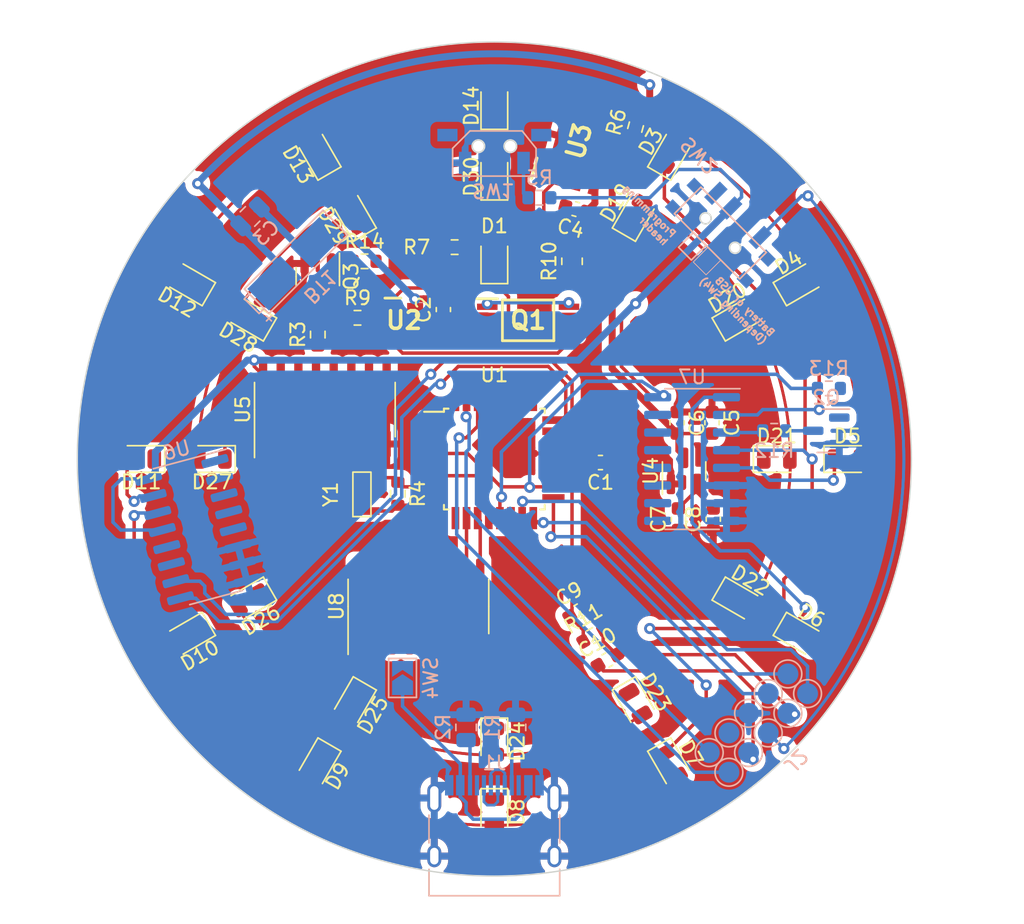
<source format=kicad_pcb>
(kicad_pcb (version 20221018) (generator pcbnew)
  (layers (0 "F.Cu" signal) (31 "B.Cu" signal) (34 "B.Paste" user) (35 "F.Paste" user) (36 "B.SilkS" user "B.Silkscreen") (37 "F.SilkS" user "F.Silkscreen") (38 "B.Mask" user) (39 "F.Mask" user) (44 "Edge.Cuts" user))
  (net 0 "")
  (net 1 "BAT+")
  (net 2 "-BATT")
  (net 3 "GND")
  (net 4 "Net-(U1-AREF)")
  (net 5 "Net-(U2-VCC)")
  (net 6 "5V")
  (net 7 "VCC")
  (net 8 "DTR")
  (net 9 "RESET")
  (net 10 "Net-(D1-K)")
  (net 11 "Net-(D1-A)")
  (net 13 "VCC_bat")
  (net 14 "Net-(D11-K)")
  (net 15 "Net-(D3-A)")
  (net 16 "Net-(D12-K)")
  (net 17 "Net-(D13-K)")
  (net 18 "Net-(D10-K)")
  (net 19 "Net-(D10-A)")
  (net 20 "Net-(D11-A)")
  (net 21 "Net-(D19-K)")
  (net 22 "Net-(D19-A)")
  (net 23 "Net-(D20-K)")
  (net 24 "Net-(D21-K)")
  (net 25 "Net-(D22-K)")
  (net 26 "Net-(D23-A)")
  (net 27 "Net-(D27-A)")
  (net 28 "Net-(J1-CC1)")
  (net 29 "D+")
  (net 30 "D-")
  (net 32 "Net-(J1-CC2)")
  (net 34 "RX")
  (net 35 "TX")
  (net 36 "CTS")
  (net 37 "VCC_prog")
  (net 38 "SCK")
  (net 39 "MOSI")
  (net 40 "MISO")
  (net 41 "Net-(Q1-D12_1)")
  (net 42 "Net-(Q1-G1)")
  (net 43 "Net-(Q1-G2)")
  (net 44 "Net-(Q2-B)")
  (net 45 "Net-(Q2-C)")
  (net 46 "Net-(Q3-B)")
  (net 47 "Net-(Q3-C)")
  (net 48 "Net-(U5-X)")
  (net 49 "Net-(U1-XTAL1{slash}PB6)")
  (net 50 "Net-(U1-XTAL2{slash}PB7)")
  (net 51 "BUT_3")
  (net 52 "Net-(U2-CS)")
  (net 53 "Net-(U3-PROG2)")
  (net 54 "Net-(U7-Y)")
  (net 55 "LED_PWM")
  (net 58 "G")
  (net 59 "H")
  (net 64 "A")
  (net 65 "B")
  (net 66 "C")
  (net 67 "D")
  (net 68 "E")
  (net 69 "F")
  (footprint "LED_SMD:LED_0805_2012Metric" (layer "F.Cu") (at 84.002364 116.84 150)
    (fp_text reference "D28")
    (fp_text value "LED")
  )
  (footprint "Capacitor_SMD:C_0603_1608Metric" (layer "F.Cu") (at 107.696 137.940236 30)
    (fp_text reference "C9")
    (fp_text value "0.1uF")
  )
  (footprint "TP4056:SOIC127P600X175-9N" (layer "F.Cu") (at 107.696 104.14 75)
    (fp_text reference "U3")
    (fp_text value "TP4056" hide)
  )
  (footprint "Resistor_SMD:R_0603_1608Metric" (layer "F.Cu") (at 94.658224 129.497989 -90)
    (fp_text reference "R4")
    (fp_text value "1M")
  )
  (footprint "LED_SMD:LED_0805_2012Metric" (layer "F.Cu") (at 76.2 127 180)
    (fp_text reference "D11")
    (fp_text value "LED")
  )
  (footprint "LED_SMD:LED_0805_2012Metric" (layer "F.Cu") (at 79.602955 114.3 150)
    (fp_text reference "D12")
    (fp_text value "LED")
  )
  (footprint "LED_SMD:LED_0805_2012Metric" (layer "F.Cu") (at 111.76 144.597636 -60)
    (fp_text reference "D23")
    (fp_text value "LED")
  )
  (footprint "LED_SMD:LED_0805_2012Metric" (layer "F.Cu") (at 84.002364 137.16 -150)
    (fp_text reference "D26")
    (fp_text value "LED")
  )
  (footprint "LED_SMD:LED_0805_2012Metric" (layer "F.Cu") (at 111.76 109.402364 60)
    (fp_text reference "D19")
    (fp_text value "LED")
  )
  (footprint "Capacitor_SMD:C_0603_1608Metric" (layer "F.Cu") (at 107.455407 109.019415 165)
    (fp_text reference "C4")
    (fp_text value "100nF")
  )
  (footprint "LED_SMD:LED_0805_2012Metric" (layer "F.Cu") (at 101.6 152.4 -90)
    (fp_text reference "D8")
    (fp_text value "LED")
  )
  (footprint "LED_SMD:LED_0805_2012Metric" (layer "F.Cu") (at 101.6 101.6 90)
    (fp_text reference "D14")
    (fp_text value "LED")
  )
  (footprint "LED_SMD:LED_0805_2012Metric" (layer "F.Cu") (at 91.44 144.597636 -120)
    (fp_text reference "D25")
    (fp_text value "LED")
  )
  (footprint "fish_watch:3213 crystal" (layer "F.Cu") (at 92.075 129.54 90)
    (fp_text reference "Y1")
    (fp_text value "Crystal_GND3_Small")
  )
  (footprint "LED_SMD:LED_0805_2012Metric" (layer "F.Cu") (at 79.602955 139.7 -150)
    (fp_text reference "D10")
    (fp_text value "LED")
  )
  (footprint "Resistor_SMD:R_0603_1608Metric" (layer "F.Cu") (at 108.712 139.7 30)
    (fp_text reference "R11")
    (fp_text value "10K")
  )
  (footprint "Package_QFP:TQFP-32_7x7mm_P0.8mm" (layer "F.Cu") (at 101.6 127)
    (fp_text reference "U1")
    (fp_text value "ATmega328PB-A")
  )
  (footprint "Capacitor_SMD:C_0603_1608Metric" (layer "F.Cu") (at 114.838 131.331 90)
    (fp_text reference "C7")
    (fp_text value "0.1uF")
  )
  (footprint "LED_SMD:LED_0805_2012Metric" (layer "F.Cu") (at 123.597045 114.3 30)
    (fp_text reference "D4")
    (fp_text value "LED")
  )
  (footprint "LED_SMD:LED_0805_2012Metric" (layer "F.Cu") (at 88.9 105.002955 120)
    (fp_text reference "D13")
    (fp_text value "LED")
  )
  (footprint "Package_TO_SOT_SMD:SOT-23" (layer "F.Cu") (at 115.25 127.8535 90)
    (fp_text reference "U4")
    (fp_text value "XC6206PxxxMR")
  )
  (footprint "Package_SO:SOIC-16_3.9x9.9mm_P1.27mm" (layer "F.Cu") (at 96.139 137.603 90)
    (fp_text reference "U8")
    (fp_text value "4052")
  )
  (footprint "Resistor_SMD:R_0603_1608Metric" (layer "F.Cu") (at 92.265 112.776)
    (fp_text reference "R14")
    (fp_text value "1K")
  )
  (footprint "DW01A:SOT95P190X145-6N" (layer "F.Cu") (at 95.102 117.023)
    (fp_text reference "U2")
    (fp_text value "DW01A-G" hide)
  )
  (footprint "LED_SMD:LED_0805_2012Metric" (layer "F.Cu") (at 114.3 105.002955 60)
    (fp_text reference "D3")
    (fp_text value "LED")
  )
  (footprint "Package_SO:SOIC-16_3.9x9.9mm_P1.27mm" (layer "F.Cu") (at 89.408 123.444 90)
    (fp_text reference "U5")
    (fp_text value "4052")
  )
  (footprint "LED_SMD:LED_0805_2012Metric" (layer "F.Cu") (at 119.197636 137.16 -30)
    (fp_text reference "D22")
    (fp_text value "LED")
  )
  (footprint "Capacitor_SMD:C_0603_1608Metric" (layer "F.Cu") (at 109.233 127.254 180)
    (fp_text reference "C1")
    (fp_text value "0.1uF")
  )
  (footprint "LED_SMD:LED_0805_2012Metric" (layer "F.Cu") (at 91.44 109.402364 120)
    (fp_text reference "D29")
    (fp_text value "LED")
  )
  (footprint "FS8205A:SOP65P640X120-8N" (layer "F.Cu") (at 104.03 117.023)
    (fp_text reference "Q1")
    (fp_text value "FS8205A" hide)
  )
  (footprint "Resistor_SMD:R_0603_1608Metric" (layer "F.Cu") (at 91.757 116.84)
    (fp_text reference "R9")
    (fp_text value "1k")
  )
  (footprint "LED_SMD:LED_0805_2012Metric" (layer "F.Cu") (at 119.197636 116.84 30)
    (fp_text reference "D20")
    (fp_text value "LED")
  )
  (footprint "Capacitor_SMD:C_0603_1608Metric" (layer "F.Cu") (at 97.934 116.248 90)
    (fp_text reference "C2")
    (fp_text value "100nF")
  )
  (footprint "Capacitor_SMD:C_0603_1608Metric" (layer "F.Cu") (at 117.256112 124.392346 -90)
    (fp_text reference "C5")
    (fp_text value "0.1uF")
  )
  (footprint "LED_SMD:LED_0805_2012Metric" (layer "F.Cu") (at 101.6 112.6975 90)
    (fp_text reference "D1")
    (fp_text value "LED")
  )
  (footprint "Capacitor_SMD:C_0603_1608Metric" (layer "F.Cu") (at 109.728 141.459764 30)
    (fp_text reference "C10")
    (fp_text value "0.1uF")
  )
  (footprint "LED_SMD:LED_0805_2012Metric" (layer "F.Cu") (at 101.6 147.32 -90)
    (fp_text reference "D24")
    (fp_text value "LED")
  )
  (footprint "Capacitor_SMD:C_0603_1608Metric" (layer "F.Cu") (at 114.746112 124.392346 -90)
    (fp_text reference "C6")
    (fp_text value "1uF")
  )
  (footprint "LED_SMD:LED_0805_2012Metric" (layer "F.Cu") (at 88.9 148.997045 -120)
    (fp_text reference "D9")
    (fp_text value "LED")
  )
  (footprint "LED_SMD:LED_0805_2012Metric" (layer "F.Cu") (at 101.6 106.68 90)
    (fp_text reference "D30")
    (fp_text value "LED")
  )
  (footprint "Resistor_SMD:R_0603_1608Metric" (layer "F.Cu") (at 88.9 118.047 90)
    (fp_text reference "R3")
    (fp_text value "100")
  )
  (footprint "LED_SMD:LED_0805_2012Metric" (layer "F.Cu") (at 121.92 127)
    (fp_text reference "D21")
    (fp_text value "LED")
  )
  (footprint "LED_SMD:LED_0805_2012Metric" (layer "F.Cu") (at 127 127)
    (fp_text reference "D5")
    (fp_text value "LED")
  )
  (footprint "Capacitor_SMD:C_0603_1608Metric" (layer "F.Cu") (at 117.348 131.331 90)
    (fp_text reference "C8")
    (fp_text value "1uF")
  )
  (footprint "transistorer:MMBT2222A" (layer "F.Cu") (at 88.9 113.8705 -90)
    (fp_text reference "Q3")
    (fp_text value "PN2222A")
  )
  (footprint "LED_SMD:LED_0805_2012Metric" (layer "F.Cu") (at 81.28 127 180)
    (fp_text reference "D27")
    (fp_text value "LED")
  )
  (footprint "Resistor_SMD:R_0603_1608Metric" (layer "F.Cu") (at 111.76 103.124 75)
    (fp_text reference "R6")
    (fp_text value "100")
  )
  (footprint "LED_SMD:LED_0805_2012Metric" (layer "F.Cu") (at 123.597045 139.7 -30)
    (fp_text reference "D6")
    (fp_text value "LED")
  )
  (footprint "LED_SMD:LED_0805_2012Metric" (layer "F.Cu") (at 114.3 148.997045 -60)
    (fp_text reference "D7")
    (fp_text value "LED")
  )
  (footprint "Resistor_SMD:R_0805_2012Metric_Pad1.20x1.40mm_HandSolder" (layer "F.Cu") (at 107.188 112.776 90)
    (fp_text reference "R10")
    (fp_text value "1k")
  )
  (footprint "Resistor_SMD:R_0603_1608Metric" (layer "F.Cu") (at 98.743 111.76)
    (fp_text reference "R7")
    (fp_text value "1k")
  )
  (footprint "fish_watch:MSK-12C02" (layer "B.Cu") (at 117.856 110.744 -45)
    (fp_text reference "SW2")
    (fp_text value "SW_SPDT")
    (fp_circle (center -1.5 0) (end -1.1 0) (stroke (width 0.12)) (fill none) (layer "Edge.Cuts"))
    (fp_circle (center 1.5 0) (end 1.9 0) (stroke (width 0.12)) (fill none) (layer "Edge.Cuts"))
  )
  (footprint "Resistor_SMD:R_0603_1608Metric" (layer "B.Cu") (at 121.729 124.968)
    (fp_text reference "R12")
    (fp_text value "100")
  )
  (footprint "Connector_USB:USB_C_Receptacle_HRO_TYPE-C-31-M-12" (layer "B.Cu") (at 101.6 154.514 180)
    (fp_text reference "J1")
    (fp_text value "USB_C_Receptacle")
  )
  (footprint "fish_watch:battery pad" (layer "B.Cu") (at 87.33134 112.82066 45)
    (fp_text reference "BT1")
    (fp_text value "Battery_Cell")
  )
  (footprint "Package_SO:SOIC-16_3.9x9.9mm_P1.27mm" (layer "B.Cu") (at 80.264 132.08 -165)
    (fp_text reference "U6")
    (fp_text value "4052")
  )
  (footprint "fish_watch:side button" (layer "B.Cu") (at 101.6 104.648)
    (fp_text reference "SW1")
    (fp_text value "SW_Push")
    (fp_circle (center -1.15 -0.15) (end -0.7 -0.15) (stroke (width 0.12)) (fill none) (layer "Edge.Cuts"))
    (fp_circle (center 1.15 -0.15) (end 1.6 -0.15) (stroke (width 0.12)) (fill none) (layer "Edge.Cuts"))
  )
  (footprint "Jumper:SolderJumper-2_P1.3mm_Open_TrianglePad1.0x1.5mm" (layer "B.Cu") (at 94.996 142.748 90)
    (fp_text reference "SW4")
    (fp_text value "SW_MEC_5G")
  )
  (footprint "Resistor_SMD:R_0805_2012Metric" (layer "B.Cu") (at 103.124 146.304 -90)
    (fp_text reference "R1")
    (fp_text value "5.1K")
  )
  (footprint "Capacitor_SMD:C_0805_2012Metric" (layer "B.Cu") (at 84.026308 109.549373 45)
    (fp_text reference "C3")
    (fp_text value "10uF")
  )
  (footprint "Resistor_SMD:R_0603_1608Metric" (layer "B.Cu") (at 104.839 108.204 180)
    (fp_text reference "R5")
    (fp_text value "2K")
  )
  (footprint "transistorer:MMBT2222A" (layer "B.Cu") (at 125.476 124.968 180)
    (fp_text reference "Q2")
    (fp_text value "PN2222A")
  )
  (footprint "Resistor_SMD:R_0805_2012Metric" (layer "B.Cu") (at 99.568 146.304 -90)
    (fp_text reference "R2")
    (fp_text value "5.1K")
  )
  (footprint "Resistor_SMD:R_0603_1608Metric" (layer "B.Cu") (at 125.667 121.92 180)
    (fp_text reference "R13")
    (fp_text value "1K")
  )
  (footprint "Package_SO:SOIC-16_3.9x9.9mm_P1.27mm" (layer "B.Cu") (at 115.824 127 180)
    (fp_text reference "U7")
    (fp_text value "4052")
  )
  (footprint "fish_watch:solder-pad-10-2mm" (layer "B.Cu") (at 120.595107 145.995107 45)
    (fp_text reference "J2")
    (fp_text value "Conn_01x10_Female")
  )
  (gr_arc (start 75.248106 127) (mid 82.985404 108.34741) (end 101.653732 100.648161) (stroke (width 0.2)) (layer "F.Cu"))
  (gr_arc (start 112.249615 145.445674) (mid 96.074218 147.569952) (end 83.14074 137.626051) (stroke (width 0.2)) (layer "F.Cu"))
  (gr_arc (start 114.775947 149.82141) (mid 94.753681 152.447009) (end 78.751772 140.129386) (stroke (width 0.2)) (layer "F.Cu"))
  (gr_arc (start 80.30077 127) (mid 86.54879 111.929556) (end 101.6272 105.700787) (stroke (width 0.2)) (layer "F.Cu"))
  (gr_arc (start 114.775946 104.178591) (mid 127.060914 120.205583) (end 124.394494 140.222454) (stroke (width 0.2)) (layer "F.Cu"))
  (gr_arc (start 112.249617 108.554323) (mid 122.176994 121.500489) (end 120.032062 137.67316) (stroke (width 0.2)) (layer "F.Cu"))
  (gr_arc (start 124.143924 108.042609) (mid 131.027883 128.26921) (end 122.428 147.828) (stroke (width 0.2)) (layer "B.Cu"))
  (gr_arc (start 80.238036 107.163891) (mid 95.395323 98.516554) (end 112.776 100.076001) (stroke (width 0.5)) (layer "B.Cu"))
  (gr_circle (center 101.6 127) (end 131.6 127) (stroke (width 0.1)) (fill none) (layer "Edge.Cuts"))
  (gr_text "Programming\nheader" (at 113.792 111.76 315) (layer "B.SilkS") (effects (font (size 0.5 0.5) (thickness 0.125) bold) (justify left bottom mirror)))
  (gr_text "Battery or USB\n(Depending SW4)" (at 120.904 118.872 315) (layer "B.SilkS") (effects (font (size 0.5 0.5) (thickness 0.125) bold) (justify left bottom mirror)))
  (segment (start 114.746112 125.167346) (end 114.746112 126.412112) (width 0.25) (layer "F.Cu") (net 1))
  (segment (start 111.659874 102.013459) (end 111.973526 102.327111) (width 0.5) (layer "F.Cu") (net 1))
  (segment (start 112.776 101.524637) (end 112.776 100.076) (width 0.5) (layer "F.Cu") (net 1))
  (segment (start 110.238006 102.013459) (end 111.659874 102.013459) (width 0.5) (layer "F.Cu") (net 1))
  (segment (start 111.973526 102.327111) (end 112.776 101.524637) (width 0.5) (layer "F.Cu") (net 1))
  (segment (start 111.973526 102.327111) (end 112.516041 102.869626) (width 0.5) (layer "F.Cu") (net 1))
  (segment (start 117.256112 125.167346) (end 114.746112 125.167346) (width 0.25) (layer "F.Cu") (net 1))
  (segment (start 114.746112 126.412112) (end 115.25 126.916) (width 0.25) (layer "F.Cu") (net 1))
  (segment (start 112.516041 104.907959) (end 110.077852 107.346148) (width 0.5) (layer "F.Cu") (net 1))
  (segment (start 110.077852 107.346148) (end 110.077852 120.499086) (width 0.5) (layer "F.Cu") (net 1))
  (segment (start 110.077852 120.499086) (end 114.746112 125.167346) (width 0.5) (layer "F.Cu") (net 1))
  (segment (start 112.516041 102.869626) (end 112.516041 104.907959) (width 0.5) (layer "F.Cu") (net 1))
  (via (at 112.776 100.076) (size 0.8) (drill 0.4) (layers "F.Cu" "B.Cu") (net 1))
  (via (at 80.264 107.188) (size 0.8) (drill 0.4) (layers "F.Cu" "B.Cu") (net 1))
  (segment (start 80.308509 107.188) (end 84.167745 111.047236) (width 0.5) (layer "B.Cu") (net 1))
  (segment (start 80.264 107.188) (end 80.308509 107.188) (width 0.25) (layer "B.Cu") (net 1))
  (segment (start 84.167745 111.047236) (end 86.27068 113.150171) (width 0.5) (layer "B.Cu") (net 1))
  (segment (start 86.27068 113.150171) (end 86.27068 113.88132) (width 0.25) (layer "B.Cu") (net 1))
  (arc (start 80.238036 107.163891) (mid 95.395323 98.516554) (end 112.776 100.076001) (width 0.2) (layer "B.Cu") (net 1))
  (segment (start 101.092 117.348) (end 100.584 117.348) (width 0.25) (layer "F.Cu") (net 2))
  (segment (start 101.092 116.84) (end 101.092 116.698) (width 0.25) (layer "F.Cu") (net 2))
  (segment (start 101.092 117.348) (end 101.6 117.348) (width 0.25) (layer "F.Cu") (net 2))
  (segment (start 100.584 117.206) (end 101.092 116.698) (width 0.25) (layer "F.Cu") (net 2))
  (segment (start 98.993 115.473) (end 97.934 115.473) (width 0.5) (layer "F.Cu") (net 2))
  (segment (start 95.871861 115.481438) (end 96.493562 115.481438) (width 0.5) (layer "F.Cu") (net 2))
  (segment (start 101.6 117.348) (end 101.092 116.84) (width 0.25) (layer "F.Cu") (net 2))
  (segment (start 100.584 117.348) (end 100.584 117.206) (width 0.25) (layer "F.Cu") (net 2))
  (segment (start 95.871861 115.481438) (end 95.902 115.511577) (width 0.5) (layer "F.Cu") (net 2))
  (segment (start 96.502 115.473) (end 97.934 115.473) (width 0.5) (layer "F.Cu") (net 2))
  (segment (start 101.092 117.348) (end 101.092 116.698) (width 0.25) (layer "F.Cu") (net 2))
  (segment (start 96.493562 115.481438) (end 96.502 115.473) (width 0.5) (layer "F.Cu") (net 2))
  (segment (start 98.993 115.473) (end 100.218 116.698) (width 0.5) (layer "F.Cu") (net 2))
  (segment (start 101.092 116.698) (end 100.218 116.698) (width 0.5) (layer "F.Cu") (net 2))
  (segment (start 95.902 115.511577) (end 95.902 116.073) (width 0.5) (layer "F.Cu") (net 2))
  (via (at 95.871861 115.481438) (size 0.8) (drill 0.4) (layers "F.Cu" "B.Cu") (net 2))
  (segment (start 91.682351 111.291928) (end 88.868942 111.291928) (width 0.5) (layer "B.Cu") (net 2))
  (segment (start 95.871861 115.481438) (end 91.682351 111.291928) (width 0.5) (layer "B.Cu") (net 2))
  (segment (start 84.863761 109.056249) (end 85.693756 109.886244) (width 0.5) (layer "B.Cu") (net 2))
  (segment (start 84.491751 109.056249) (end 84.863761 109.056249) (width 0.5) (layer "B.Cu") (net 2))
  (segment (start 85.693756 109.886244) (end 87.567513 111.76) (width 0.5) (layer "B.Cu") (net 2))
  (segment (start 87.567513 111.76) (end 88.392 111.76) (width 0.25) (layer "B.Cu") (net 2))
  (segment (start 107.607446 106.923941) (end 107.607446 104.228554) (width 0.25) (layer "F.Cu") (net 3))
  (segment (start 96.205631 127.4) (end 96.202706 127.397075) (width 0.25) (layer "F.Cu") (net 3))
  (segment (start 105.664 116.84) (end 105.664 117.348) (width 0.25) (layer "F.Cu") (net 3))
  (segment (start 108.57 116.698) (end 108.712 116.84) (width 0.25) (layer "F.Cu") (net 3))
  (segment (start 108.204 117.348) (end 106.968 117.348) (width 0.25) (layer "F.Cu") (net 3))
  (segment (start 105.664 117.348) (end 106.968 117.348) (width 0.25) (layer "F.Cu") (net 3))
  (segment (start 96.086971 125.8) (end 96.078138 125.808833) (width 0.25) (layer "F.Cu") (net 3))
  (segment (start 97.35 125.8) (end 97.225 125.8) (width 0.25) (layer "F.Cu") (net 3))
  (segment (start 106.968 116.698) (end 108.57 116.698) (width 0.25) (layer "F.Cu") (net 3))
  (segment (start 107.607446 104.228554) (end 107.696 104.14) (width 0.25) (layer "F.Cu") (net 3))
  (segment (start 97.225 125.8) (end 97.155 125.73) (width 0.25) (layer "F.Cu") (net 3))
  (segment (start 97.35 125.8) (end 96.086971 125.8) (width 0.25) (layer "F.Cu") (net 3))
  (segment (start 106.968 116.698) (end 105.806 116.698) (width 0.25) (layer "F.Cu") (net 3))
  (segment (start 108.712 116.84) (end 108.204 117.348) (width 0.25) (layer "F.Cu") (net 3))
  (segment (start 107.198785 126.6) (end 107.273686 126.525099) (width 0.25) (layer "F.Cu") (net 3))
  (segment (start 105.85 126.6) (end 104.59252 126.6) (width 0.25) (layer "F.Cu") (net 3))
  (segment (start 104.59252 126.6) (end 104.470906 126.478386) (width 0.25) (layer "F.Cu") (net 3))
  (segment (start 97.35 127.4) (end 96.205631 127.4) (width 0.25) (layer "F.Cu") (net 3))
  (segment (start 105.806 116.698) (end 105.664 116.84) (width 0.25) (layer "F.Cu") (net 3))
  (segment (start 105.85 126.6) (end 107.198785 126.6) (width 0.25) (layer "F.Cu") (net 3))
  (segment (start 98.195 150.469) (end 97.28 151.384) (width 0.25) (layer "B.Cu") (net 3))
  (segment (start 105.005 150.469) (end 105.92 151.384) (width 0.25) (layer "B.Cu") (net 3))
  (segment (start 104.85 150.469) (end 105.005 150.469) (width 0.25) (layer "B.Cu") (net 3))
  (segment (start 98.35 150.469) (end 98.195 150.469) (width 0.25) (layer "B.Cu") (net 3))
  (segment (start 108.585 127.14) (end 108.325 127.4) (width 0.25) (layer "F.Cu") (net 4))
  (segment (start 108.325 127.4) (end 105.85 127.4) (width 0.25) (layer "F.Cu") (net 4))
  (segment (start 97.934 117.023) (end 95.902 117.023) (width 0.25) (layer "F.Cu") (net 5))
  (segment (start 108.834171 108.589829) (end 108.204 109.22) (width 0.5) (layer "F.Cu") (net 6))
  (segment (start 108.834171 107.252641) (end 108.834171 108.589829) (width 0.5) (layer "F.Cu") (net 6))
  (segment (start 99.568 151.712) (end 99.568 152.4) (width 0.25) (layer "B.Cu") (net 6))
  (segment (start 104.05 151.364051) (end 104.05 150.469) (width 0.25) (layer "B.Cu") (net 6))
  (segment (start 99.15 151.294) (end 99.568 151.712) (width 0.25) (layer "B.Cu") (net 6))
  (segment (start 94.996 144.78) (end 94.996 143.473) (width 0.25) (layer "B.Cu") (net 6))
  (segment (start 103.124 152.908) (end 103.632 152.4) (width 0.25) (layer "B.Cu") (net 6))
  (segment (start 100.076 152.908) (end 103.124 152.908) (width 0.25) (layer "B.Cu") (net 6))
  (segment (start 99.15 150.469) (end 99.15 151.294) (width 0.25) (layer "B.Cu") (net 6))
  (segment (start 103.632 151.782051) (end 104.05 151.364051) (width 0.25) (layer "B.Cu") (net 6))
  (segment (start 103.632 152.4) (end 103.632 151.782051) (width 0.25) (layer "B.Cu") (net 6))
  (segment (start 99.568 152.4) (end 100.076 152.908) (width 0.25) (layer "B.Cu") (net 6))
  (segment (start 99.15 150.469) (end 99.15 148.934) (width 0.25) (layer "B.Cu") (net 6))
  (segment (start 99.15 148.934) (end 94.996 144.78) (width 0.25) (layer "B.Cu") (net 6))
  (segment (start 84.328 120.334) (end 84.328 119.888) (width 0.25) (layer "F.Cu") (net 7))
  (segment (start 104.172 129) (end 105.85 129) (width 0.25) (layer "F.Cu") (net 7))
  (segment (start 106.9 129) (end 105.85 129) (width 0.25) (layer "F.Cu") (net 7))
  (segment (start 84.963 120.969) (end 84.328 120.334) (width 0.25) (layer "F.Cu") (net 7))
  (segment (start 107.02483 138.327736) (end 107.188 138.164566) (width 0.25) (layer "F.Cu") (net 7))
  (segment (start 107.188 129.288) (end 106.9 129) (width 0.25) (layer "F.Cu") (net 7))
  (segment (start 104.108 129) (end 104.14 129.032) (width 0.25) (layer "F.Cu") (net 7))
  (segment (start 104.14 129.032) (end 104.172 129) (width 0.25) (layer "F.Cu") (net 7))
  (segment (start 110.744 120.352062) (end 110.744 116.84) (width 0.25) (layer "F.Cu") (net 7))
  (segment (start 113.792 122.428) (end 112.819938 122.428) (width 0.25) (layer "F.Cu") (net 7))
  (segment (start 97.35 128.2) (end 101.276 128.2) (width 0.25) (layer "F.Cu") (net 7))
  (segment (start 101.6 128.524) (end 102.076 129) (width 0.25) (layer "F.Cu") (net 7))
  (segment (start 97.35 126.6) (end 99.676 126.6) (width 0.25) (layer "F.Cu") (net 7))
  (segment (start 107.997529 139.300435) (end 107.02483 138.327736) (width 0.25) (layer "F.Cu") (net 7))
  (segment (start 110.744 116.84) (end 111.76 115.824) (width 0.25) (layer "F.Cu") (net 7))
  (segment (start 107.188 138.164566) (end 107.188 129.288) (width 0.25) (layer "F.Cu") (net 7))
  (segment (start 107.997529 140.1125) (end 107.997529 139.300435) (width 0.25) (layer "F.Cu") (net 7))
  (segment (start 112.819938 122.428) (end 110.744 120.352062) (width 0.25) (layer "F.Cu") (net 7))
  (segment (start 99.676 126.6) (end 101.6 128.524) (width 0.25) (layer "F.Cu") (net 7))
  (segment (start 102.076 129) (end 104.108 129) (width 0.25) (layer "F.Cu") (net 7))
  (segment (start 101.276 128.2) (end 101.6 128.524) (width 0.25) (layer "F.Cu") (net 7))
  (via (at 113.792 122.428) (size 0.8) (drill 0.4) (layers "F.Cu" "B.Cu") (net 7))
  (via (at 84.328 119.888) (size 0.8) (drill 0.4) (layers "F.Cu" "B.Cu") (net 7))
  (via (at 111.76 115.824) (size 0.8) (drill 0.4) (layers "F.Cu" "B.Cu") (net 7))
  (via (at 104.14 129.032) (size 0.8) (drill 0.4) (layers "F.Cu" "B.Cu") (net 7))
  (segment (start 104.14 129.032) (end 104.14 125.476) (width 0.25) (layer "B.Cu") (net 7))
  (segment (start 113.792 113.74734) (end 113.792 113.792) (width 0.25) (layer "B.Cu") (net 7))
  (segment (start 112.206 121.412) (end 113.792 122.428) (width 0.25) (layer "B.Cu") (net 7))
  (segment (start 77.216 126.492) (end 77.216 127.93392) (width 0.5) (layer "B.Cu") (net 7))
  (segment (start 74.168 131.541759) (end 74.168 129.032) (width 0.25) (layer "B.Cu") (net 7))
  (segment (start 118.598462 108.940878) (end 114.27767 113.26167) (width 0.5) (layer "B.Cu") (net 7))
  (segment (start 112.776 108.204) (end 114.808 106.172) (width 0.25) (layer "B.Cu") (net 7))
  (segment (start 77.216 127.93392) (end 76.722883 128.427037) (width 0.5) (layer "B.Cu") (net 7))
  (segment (start 108.204 121.412) (end 112.206 121.412) (width 0.25) (layer "B.Cu") (net 7))
  (segment (start 83.82 119.888) (end 77.216 126.492) (width 0.5) (layer "B.Cu") (net 7))
  (segment (start 74.733455 132.107214) (end 74.168 131.541759) (width 0.25) (layer "B.Cu") (net 7))
  (segment (start 114.27767 113.26167) (end 113.792 113.74734) (width 0.5) (layer "B.Cu") (net 7))
  (segment (start 117.856 106.172) (end 119.38 107.696) (width 0.25) (layer "B.Cu") (net 7))
  (segment (start 74.168 129.032) (end 74.772963 128.427037) (width 0.25) (layer "B.Cu") (net 7))
  (segment (start 104.14 125.476) (end 108.204 121.412) (width 0.25) (layer "B.Cu") (net 7))
  (segment (start 77.708983 132.107214) (end 74.733455 132.107214) (width 0.25) (layer "B.Cu") (net 7))
  (segment (start 119.38 107.696) (end 119.38 108.15934) (width 0.25) (layer "B.Cu") (net 7))
  (segment (start 114.808 106.172) (end 117.856 106.172) (width 0.25) (layer "B.Cu") (net 7))
  (segment (start 105.664 108.204) (end 112.776 108.204) (width 0.25) (layer "B.Cu") (net 7))
  (segment (start 114.27767 113.26167) (end 107.65134 119.888) (width 0.5) (layer "B.Cu") (net 7))
  (segment (start 113.792 122.428) (end 113.349 122.555) (width 0.25) (layer "B.Cu") (net 7))
  (segment (start 107.65134 119.888) (end 83.82 119.888) (width 0.5) (layer "B.Cu") (net 7))
  (segment (start 74.772963 128.427037) (end 76.722883 128.427037) (width 0.25) (layer "B.Cu") (net 7))
  (segment (start 119.38 108.15934) (end 118.598462 108.940878) (width 0.25) (layer "B.Cu") (net 7))
  (segment (start 118.872 142.24) (end 109.449566 142.24) (width 0.25) (layer "F.Cu") (net 8))
  (segment (start 109.449566 142.24) (end 109.05683 141.847264) (width 0.25) (layer "F.Cu") (net 8))
  (segment (start 120.214944 148.604607) (end 120.214944 143.582944) (width 0.25) (layer "F.Cu") (net 8))
  (segment (start 120.214944 143.582944) (end 118.872 142.24) (width 0.25) (layer "F.Cu") (net 8))
  (via (at 120.214944 148.604607) (size 0.8) (drill 0.4) (layers "F.Cu" "B.Cu") (net 8))
  (segment (start 123.204576 145.358054) (end 118.918786 141.072264) (width 0.25) (layer "F.Cu") (net 9))
  (segment (start 118.918786 141.072264) (end 110.39917 141.072264) (width 0.25) (layer "F.Cu") (net 9))
  (segment (start 109.426471 140.099565) (end 110.39917 141.072264) (width 0.25) (layer "F.Cu") (net 9))
  (segment (start 109.426471 139.2875) (end 109.426471 140.099565) (width 0.25) (layer "F.Cu") (net 9))
  (via (at 123.204576 145.358054) (size 0.8) (drill 0.4) (layers "F.Cu" "B.Cu") (net 9))
  (segment (start 116.2 129.194) (end 114.838 130.556) (width 0.25) (layer "F.Cu") (net 13))
  (segment (start 116.2 128.791) (end 116.2 129.408) (width 0.25) (layer "F.Cu") (net 13))
  (segment (start 116.2 128.791) (end 116.2 129.194) (width 0.25) (layer "F.Cu") (net 13))
  (segment (start 116.2 129.408) (end 117.348 130.556) (width 0.25) (layer "F.Cu") (net 13))
  (segment (start 116.84 145.176396) (end 116.84 143.256) (width 0.25) (layer "F.Cu") (net 14))
  (segment (start 112.776 139.192) (end 120.904 139.192) (width 0.25) (layer "F.Cu") (net 14))
  (segment (start 122.428 137.668) (end 122.428 135.636) (width 0.25) (layer "F.Cu") (net 14))
  (segment (start 122.428 135.636) (end 124.46 133.604) (width 0.25) (layer "F.Cu") (net 14))
  (segment (start 120.904 139.192) (end 122.428 137.668) (width 0.25) (layer "F.Cu") (net 14))
  (segment (start 113.83125 108.24325) (end 113.83125 105.814854) (width 0.25) (layer "F.Cu") (net 14))
  (segment (start 113.83125 148.185146) (end 116.84 145.176396) (width 0.25) (layer "F.Cu") (net 14))
  (segment (start 124.46 133.604) (end 124.46 127) (width 0.25) (layer "F.Cu") (net 14))
  (segment (start 123.952 118.364) (end 113.83125 108.24325) (width 0.25) (layer "F.Cu") (net 14))
  (segment (start 124.46 127) (end 123.952 126.492) (width 0.25) (layer "F.Cu") (net 14))
  (segment (start 123.952 126.492) (end 123.952 118.364) (width 0.25) (layer "F.Cu") (net 14))
  (via (at 112.776 139.192) (size 0.8) (drill 0.4) (layers "F.Cu" "B.Cu") (net 14))
  (via (at 116.84 143.256) (size 0.8) (drill 0.4) (layers "F.Cu" "B.Cu") (net 14))
  (via (at 124.46 127) (size 0.8) (drill 0.4) (layers "F.Cu" "B.Cu") (net 14))
  (segment (start 118.299 126.365) (end 123.825 126.365) (width 0.25) (layer "B.Cu") (net 14))
  (segment (start 123.825 126.365) (end 124.46 127) (width 0.25) (layer "B.Cu") (net 14))
  (segment (start 116.84 143.256) (end 112.776 139.192) (width 0.25) (layer "B.Cu") (net 14))
  (arc (start 114.775946 104.178591) (mid 127.060914 120.205583) (end 124.394494 140.222454) (width 0.2) (layer "F.Cu") (net 15))
  (segment (start 124.968 123.444) (end 124.968 116.951604) (width 0.25) (layer "F.Cu") (net 16))
  (segment (start 124.968 116.951604) (end 122.785146 114.76875) (width 0.25) (layer "F.Cu") (net 16))
  (via (at 124.968 123.444) (size 0.8) (drill 0.4) (layers "F.Cu" "B.Cu") (net 16))
  (segment (start 120.523 123.825) (end 118.299 123.825) (width 0.25) (layer "B.Cu") (net 16))
  (segment (start 124.968 123.444) (end 120.904 123.444) (width 0.25) (layer "B.Cu") (net 16))
  (segment (start 120.904 123.444) (end 120.523 123.825) (width 0.25) (layer "B.Cu") (net 16))
  (segment (start 126.0625 128.4455) (end 125.984 128.524) (width 0.25) (layer "F.Cu") (net 17))
  (segment (start 126.0625 127) (end 126.0625 128.4455) (width 0.25) (layer "F.Cu") (net 17))
  (via (at 125.984 128.524) (size 0.8) (drill 0.4) (layers "F.Cu" "B.Cu") (net 17))
  (segment (start 121.412 128.524) (end 120.523 127.635) (width 0.25) (layer "B.Cu") (net 17))
  (segment (start 125.984 128.524) (end 121.412 128.524) (width 0.25) (layer "B.Cu") (net 17))
  (segment (start 120.523 127.635) (end 118.299 127.635) (width 0.25) (layer "B.Cu") (net 17))
  (segment (start 122.785146 139.23125) (end 123.952 138.064396) (width 0.25) (layer "F.Cu") (net 18))
  (segment (start 123.952 138.064396) (end 123.952 137.668) (width 0.25) (layer "F.Cu") (net 18))
  (via (at 123.952 137.668) (size 0.8) (drill 0.4) (layers "F.Cu" "B.Cu") (net 18))
  (segment (start 117.856 133.604) (end 115.824 131.572) (width 0.25) (layer "B.Cu") (net 18))
  (segment (start 116.713 122.555) (end 118.299 122.555) (width 0.25) (layer "B.Cu") (net 18))
  (segment (start 115.824 131.572) (end 115.824 123.444) (width 0.25) (layer "B.Cu") (net 18))
  (segment (start 123.952 137.668) (end 119.888 133.604) (width 0.25) (layer "B.Cu") (net 18))
  (segment (start 119.888 133.604) (end 117.856 133.604) (width 0.25) (layer "B.Cu") (net 18))
  (segment (start 115.824 123.444) (end 116.713 122.555) (width 0.25) (layer "B.Cu") (net 18))
  (segment (start 75.692 131.064) (end 75.692 137.16) (width 0.25) (layer "F.Cu") (net 19))
  (segment (start 75.692 137.16) (end 78.232 139.7) (width 0.25) (layer "F.Cu") (net 19))
  (via (at 75.692 131.064) (size 0.8) (drill 0.4) (layers "F.Cu" "B.Cu") (net 19))
  (arc (start 114.775947 149.82141) (mid 94.753681 152.447009) (end 78.751772 140.129386) (width 0.2) (layer "F.Cu") (net 19))
  (segment (start 75.875512 130.880488) (end 75.692 131.064) (width 0.25) (layer "B.Cu") (net 19))
  (segment (start 77.380283 130.880488) (end 75.875512 130.880488) (width 0.25) (layer "B.Cu") (net 19))
  (segment (start 75.184 129.54) (end 75.184 127.508) (width 0.25) (layer "F.Cu") (net 20))
  (segment (start 75.692 130.048) (end 75.184 129.54) (width 0.25) (layer "F.Cu") (net 20))
  (via (at 75.692 130.048) (size 0.8) (drill 0.4) (layers "F.Cu" "B.Cu") (net 20))
  (arc (start 75.248106 127) (mid 82.985404 108.34741) (end 101.653732 100.648161) (width 0.2) (layer "F.Cu") (net 20))
  (segment (start 76.086237 129.653763) (end 75.692 130.048) (width 0.25) (layer "B.Cu") (net 20))
  (segment (start 77.051583 129.653763) (end 76.086237 129.653763) (width 0.25) (layer "B.Cu") (net 20))
  (segment (start 82.2175 127) (end 82.2175 124.5385) (width 0.25) (layer "F.Cu") (net 21))
  (segment (start 83.82 122.936) (end 90.320999 122.936) (width 0.25) (layer "F.Cu") (net 21))
  (segment (start 90.320999 122.936) (end 91.313 121.943999) (width 0.25) (layer "F.Cu") (net 21))
  (segment (start 91.313 121.943999) (end 91.313 120.969) (width 0.25) (layer "F.Cu") (net 21))
  (segment (start 82.2175 124.5385) (end 83.82 122.936) (width 0.25) (layer "F.Cu") (net 21))
  (arc (start 112.249617 108.554323) (mid 122.176994 121.500489) (end 120.032062 137.67316) (width 0.2) (layer "F.Cu") (net 22))
  (arc (start 112.249615 145.445674) (mid 96.074218 147.569952) (end 83.14074 137.626051) (width 0.2) (layer "F.Cu") (net 26))
  (arc (start 80.30077 127) (mid 86.54879 111.929556) (end 101.6272 105.700787) (width 0.2) (layer "F.Cu") (net 27))
  (segment (start 103.124 147.2165) (end 102.85 147.4905) (width 0.25) (layer "B.Cu") (net 28))
  (segment (start 102.85 147.4905) (end 102.85 150.469) (width 0.25) (layer "B.Cu") (net 28))
  (segment (start 101.85 151.642) (end 101.85 150.469) (width 0.2) (layer "B.Cu") (net 29))
  (segment (start 101.6 151.892) (end 101.85 151.642) (width 0.2) (layer "B.Cu") (net 29))
  (segment (start 100.85 150.469) (end 100.85 151.65) (width 0.2) (layer "B.Cu") (net 29))
  (segment (start 101.092 151.892) (end 101.6 151.892) (width 0.2) (layer "B.Cu") (net 29))
  (segment (start 100.85 151.65) (end 101.092 151.892) (width 0.2) (layer "B.Cu") (net 29))
  (segment (start 101.35 149.602) (end 101.6 149.352) (width 0.2) (layer "B.Cu") (net 30))
  (segment (start 102.35 149.594) (end 102.35 150.469) (width 0.2) (layer "B.Cu") (net 30))
  (segment (start 101.35 150.469) (end 101.35 149.602) (width 0.2) (layer "B.Cu") (net 30))
  (segment (start 101.6 149.352) (end 102.108 149.352) (width 0.2) (layer "B.Cu") (net 30))
  (segment (start 102.108 149.352) (end 102.35 149.594) (width 0.2) (layer "B.Cu") (net 30))
  (segment (start 99.85 147.4985) (end 99.568 147.2165) (width 0.25) (layer "B.Cu") (net 32))
  (segment (start 99.85 150.469) (end 99.85 147.4985) (width 0.25) (layer "B.Cu") (net 32))
  (segment (start 100.4 124.644) (end 100.4 122.75) (width 0.25) (layer "F.Cu") (net 34))
  (segment (start 99.568 125.476) (end 100.4 124.644) (width 0.25) (layer "F.Cu") (net 34))
  (segment (start 99.06 125.476) (end 99.568 125.476) (width 0.25) (layer "F.Cu") (net 34))
  (via (at 99.06 125.476) (size 0.8) (drill 0.4) (layers "F.Cu" "B.Cu") (net 34))
  (segment (start 98.890538 132.418538) (end 98.890538 125.645462) (width 0.25) (layer "B.Cu") (net 34))
  (segment (start 98.890538 125.645462) (end 99.06 125.476) (width 0.25) (layer "B.Cu") (net 34))
  (segment (start 118.473787 149.530641) (end 116.002641 149.530641) (width 0.25) (layer "B.Cu") (net 34))
  (segment (start 116.002641 149.530641) (end 98.890538 132.418538) (width 0.25) (layer "B.Cu") (net 34))
  (segment (start 99.568 122.782) (end 99.6 122.75) (width 0.25) (layer "F.Cu") (net 35))
  (segment (start 99.568 123.952) (end 99.568 122.782) (width 0.25) (layer "F.Cu") (net 35))
  (via (at 99.568 123.952) (size 0.8) (drill 0.4) (layers "F.Cu" "B.Cu") (net 35))
  (segment (start 99.785 124.169) (end 99.568 123.952) (width 0.25) (layer "B.Cu") (net 35))
  (segment (start 100.584 131.640854) (end 100.584 131.572) (width 0.25) (layer "B.Cu") (net 35))
  (segment (start 117.059573 148.116427) (end 100.584 131.640854) (width 0.25) (layer "B.Cu") (net 35))
  (segment (start 99.568 126.492) (end 99.785 126.275) (width 0.25) (layer "B.Cu") (net 35))
  (segment (start 99.785 126.275) (end 99.785 124.169) (width 0.25) (layer "B.Cu") (net 35))
  (segment (start 100.584 131.572) (end 99.568 130.556) (width 0.25) (layer "B.Cu") (net 35))
  (segment (start 99.568 130.556) (end 99.568 126.492) (width 0.25) (layer "B.Cu") (net 35))
  (via (at 122.428 147.828) (size 0.8) (drill 0.4) (layers "F.Cu" "B.Cu") (net 37))
  (via (at 124.164023 108.066537) (size 0.8) (drill 0.4) (layers "F.Cu" "B.Cu") (net 37))
  (segment (start 121.302214 146.702214) (end 122.428 147.828) (width 0.25) (layer "B.Cu") (net 37))
  (segment (start 120.719782 111.062198) (end 123.715443 108.066537) (width 0.25) (layer "B.Cu") (net 37))
  (segment (start 123.715443 108.066537) (end 124.164023 108.066537) (width 0.25) (layer "B.Cu") (net 37))
  (arc (start 124.143924 108.042609) (mid 131.027883 128.26921) (end 122.428 147.828) (width 0.2) (layer "B.Cu") (net 37))
  (arc (start 124.143924 108.042609) (mid 131.027883 128.26921) (end 122.428 147.828) (width 0.2) (layer "B.Cu") (net 37))
  (segment (start 105.85 129.8) (end 105.85 132.402) (width 0.25) (layer "F.Cu") (net 38))
  (segment (start 105.85 132.402) (end 105.664 132.588) (width 0.25) (layer "F.Cu") (net 38))
  (via (at 105.664 132.588) (size 0.8) (drill 0.4) (layers "F.Cu" "B.Cu") (net 38))
  (segment (start 105.664 132.588) (end 108.204 132.588) (width 0.25) (layer "B.Cu") (net 38))
  (segment (start 119.489787 143.873787) (end 121.302214 143.873787) (width 0.25) (layer "B.Cu") (net 38))
  (segment (start 108.204 132.588) (end 119.489787 143.873787) (width 0.25) (layer "B.Cu") (net 38))
  (segment (start 103.6 130.08) (end 103.632 130.048) (width 0.25) (layer "F.Cu") (net 39))
  (segment (start 103.6 131.25) (end 103.6 130.08) (width 0.25) (layer "F.Cu") (net 39))
  (via (at 103.632 130.048) (size 0.8) (drill 0.4) (layers "F.Cu" "B.Cu") (net 39))
  (segment (start 107.696 130.048) (end 118.364 140.716) (width 0.25) (layer "B.Cu") (net 39))
  (segment (start 124.130641 141.910641) (end 124.130641 143.873787) (width 0.25) (layer "B.Cu") (net 39))
  (segment (start 103.632 130.048) (end 107.696 130.048) (width 0.25) (layer "B.Cu") (net 39))
  (segment (start 118.364 140.716) (end 122.936 140.716) (width 0.25) (layer "B.Cu") (net 39))
  (segment (start 122.936 140.716) (end 124.130641 141.910641) (width 0.25) (layer "B.Cu") (net 39))
  (segment (start 104.4 131.25) (end 104.722 131.572) (width 0.25) (layer "F.Cu") (net 40))
  (segment (start 105.1255 131.572) (end 105.156 131.572) (width 0.25) (layer "F.Cu") (net 40))
  (segment (start 104.722 131.572) (end 105.1255 131.572) (width 0.25) (layer "F.Cu") (net 40))
  (via (at 105.1255 131.572) (size 0.8) (drill 0.4) (layers "F.Cu" "B.Cu") (net 40))
  (segment (start 119.091573 142.459573) (end 122.716427 142.459573) (width 0.25) (layer "B.Cu") (net 40))
  (segment (start 108.204 131.572) (end 119.091573 142.459573) (width 0.25) (layer "B.Cu") (net 40))
  (segment (start 105.1255 131.572) (end 108.204 131.572) (width 0.25) (layer "B.Cu") (net 40))
  (segment (start 106.95316 115.750682) (end 106.95316 116.03316) (width 0.25) (layer "F.Cu") (net 41))
  (segment (start 101.092 116.048) (end 101.092 115.824) (width 0.25) (layer "F.Cu") (net 41))
  (segment (start 106.95316 116.03316) (end 106.968 116.048) (width 0.25) (layer "F.Cu") (net 41))
  (via (at 106.95316 115.750682) (size 0.8) (drill 0.4) (layers "F.Cu" "B.Cu") (net 41))
  (via (at 101.092 115.824) (size 0.8) (drill 0.4) (layers "F.Cu" "B.Cu") (net 41))
  (segment (start 106.95316 115.750682) (end 101.165318 115.750682) (width 0.25) (layer "B.Cu") (net 41))
  (segment (start 101.165318 115.750682) (end 101.092 115.824) (width 0.25) (layer "B.Cu") (net 41))
  (segment (start 102.616 117.4615) (end 102.0795 117.998) (width 0.25) (layer "F.Cu") (net 42))
  (segment (start 95.106 114.698) (end 101.998 114.698) (width 0.25) (layer "F.Cu") (net 42))
  (segment (start 94.302 115.502) (end 95.106 114.698) (width 0.25) (layer "F.Cu") (net 42))
  (segment (start 102.616 115.316) (end 102.616 117.4615) (width 0.25) (layer "F.Cu") (net 42))
  (segment (start 94.302 116.073) (end 94.302 115.502) (width 0.25) (layer "F.Cu") (net 42))
  (segment (start 101.998 114.698) (end 102.616 115.316) (width 0.25) (layer "F.Cu") (net 42))
  (segment (start 102.0795 117.998) (end 101.092 117.998) (width 0.25) (layer "F.Cu") (net 42))
  (segment (start 94.302 117.973) (end 94.302 118.686) (width 0.25) (layer "F.Cu") (net 43))
  (segment (start 94.302 118.686) (end 94.996 119.38) (width 0.25) (layer "F.Cu") (net 43))
  (segment (start 106.968 118.584) (end 106.968 117.998) (width 0.25) (layer "F.Cu") (net 43))
  (segment (start 106.172 119.38) (end 106.968 118.584) (width 0.25) (layer "F.Cu") (net 43))
  (segment (start 94.996 119.38) (end 106.172 119.38) (width 0.25) (layer "F.Cu") (net 43))
  (segment (start 122.554 124.968) (end 124.5385 124.968) (width 0.25) (layer "B.Cu") (net 45))
  (segment (start 92.075 128.34) (end 94.325235 128.34) (width 0.25) (layer "F.Cu") (net 49))
  (segment (start 94.658224 128.672989) (end 94.985235 129) (width 0.25) (layer "F.Cu") (net 49))
  (segment (start 94.325235 128.34) (end 94.658224 128.672989) (width 0.25) (layer "F.Cu") (net 49))
  (segment (start 94.985235 129) (end 97.35 129) (width 0.25) (layer "F.Cu") (net 49))
  (segment (start 94.241213 130.74) (end 94.658224 130.322989) (width 0.25) (layer "F.Cu") (net 50))
  (segment (start 94.658224 130.322989) (end 96.827011 130.322989) (width 0.25) (layer "F.Cu") (net 50))
  (segment (start 92.075 130.74) (end 94.241213 130.74) (width 0.25) (layer "F.Cu") (net 50))
  (segment (start 96.827011 130.322989) (end 97.35 129.8) (width 0.25) (layer "F.Cu") (net 50))
  (segment (start 103.7 105.698) (end 103.7 107.89) (width 0.25) (layer "B.Cu") (net 51))
  (segment (start 103.7 107.89) (end 104.014 108.204) (width 0.25) (layer "B.Cu") (net 51))
  (segment (start 92.765 117.023) (end 92.582 116.84) (width 0.25) (layer "F.Cu") (net 52))
  (segment (start 94.302 117.023) (end 92.765 117.023) (width 0.25) (layer "F.Cu") (net 52))
  (segment (start 105.156 111.252) (end 105.156 107.819961) (width 0.25) (layer "F.Cu") (net 53))
  (segment (start 107.188 111.776) (end 105.68 111.776) (width 0.25) (layer "F.Cu") (net 53))
  (segment (start 105.68 111.776) (end 105.156 111.252) (width 0.25) (layer "F.Cu") (net 53))
  (segment (start 105.156 107.819961) (end 106.38072 106.595241) (width 0.25) (layer "F.Cu") (net 53))
  (segment (start 118.299 125.095) (end 120.777 125.095) (width 0.25) (layer "B.Cu") (net 54))
  (segment (start 120.777 125.095) (end 120.904 124.968) (width 0.25) (layer "B.Cu") (net 54))
  (segment (start 102.118858 129.7245) (end 102.118858 129.821142) (width 0.25) (layer "F.Cu") (net 55))
  (segment (start 102.118858 129.821142) (end 102 129.94) (width 0.25) (layer "F.Cu") (net 55))
  (segment (start 102 129.94) (end 102 131.25) (width 0.25) (layer "F.Cu") (net 55))
  (via (at 102.118858 129.7245) (size 0.8) (drill 0.4) (layers "F.Cu" "B.Cu") (net 55))
  (segment (start 122.936 121.92) (end 124.842 121.92) (width 0.25) (layer "B.Cu") (net 55))
  (segment (start 102.108 126.492) (end 107.696 120.904) (width 0.25) (layer "B.Cu") (net 55))
  (segment (start 107.696 120.904) (end 121.92 120.904) (width 0.25) (layer "B.Cu") (net 55))
  (segment (start 102.118858 129.838527) (end 102.108 129.849385) (width 0.25) (layer "B.Cu") (net 55))
  (segment (start 102.108 129.713642) (end 102.108 126.492) (width 0.25) (layer "B.Cu") (net 55))
  (segment (start 102.118858 129.7245) (end 102.108 129.713642) (width 0.25) (layer "B.Cu") (net 55))
  (segment (start 102.118858 129.7245) (end 102.118858 129.838527) (width 0.25) (layer "B.Cu") (net 55))
  (segment (start 121.92 120.904) (end 122.936 121.92) (width 0.25) (layer "B.Cu") (net 55))
  (segment (start 99.6 134.842) (end 99.314 135.128) (width 0.25) (layer "F.Cu") (net 58))
  (segment (start 99.6 131.25) (end 99.6 134.842) (width 0.25) (layer "F.Cu") (net 58))
  (segment (start 100.584 135.128) (end 100.584 131.434) (width 0.25) (layer "F.Cu") (net 59))
  (segment (start 100.584 131.434) (end 100.4 131.25) (width 0.25) (layer "F.Cu") (net 59))
  (segment (start 106.648 125) (end 105.85 125) (width 0.25) (layer "F.Cu") (net 64))
  (segment (start 98.044 119.888) (end 105.664 119.888) (width 0.25) (layer "F.Cu") (net 64))
  (segment (start 107.188 121.412) (end 107.188 124.46) (width 0.25) (layer "F.Cu") (net 64))
  (segment (start 105.664 119.888) (end 107.188 121.412) (width 0.25) (layer "F.Cu") (net 64))
  (segment (start 97.028 120.904) (end 98.044 119.888) (width 0.25) (layer "F.Cu") (net 64))
  (segment (start 107.188 124.46) (end 106.648 125) (width 0.25) (layer "F.Cu") (net 64))
  (via (at 97.028 120.904) (size 0.8) (drill 0.4) (layers "F.Cu" "B.Cu") (net 64))
  (segment (start 94.488 129.54) (end 94.488 123.444) (width 0.25) (layer "B.Cu") (net 64))
  (segment (start 94.488 123.444) (end 97.028 120.904) (width 0.25) (layer "B.Cu") (net 64))
  (segment (start 78.695084 135.787392) (end 80.415392 135.787392) (width 0.25) (layer "B.Cu") (net 64))
  (segment (start 80.415392 135.787392) (end 80.772 136.144) (width 0.25) (layer "B.Cu") (net 64))
  (segment (start 85.852 138.176) (end 94.488 129.54) (width 0.25) (layer "B.Cu") (net 64))
  (segment (start 80.772 136.144) (end 80.772 136.652) (width 0.25) (layer "B.Cu") (net 64))
  (segment (start 80.772 136.652) (end 82.296 138.176) (width 0.25) (layer "B.Cu") (net 64))
  (segment (start 82.296 138.176) (end 85.852 138.176) (width 0.25) (layer "B.Cu") (net 64))
  (segment (start 97.734755 121.610755) (end 99.00751 120.338) (width 0.25) (layer "F.Cu") (net 65))
  (segment (start 106.738 121.598396) (end 106.738 123.894) (width 0.25) (layer "F.Cu") (net 65))
  (segment (start 106.738 123.894) (end 106.432 124.2) (width 0.25) (layer "F.Cu") (net 65))
  (segment (start 99.00751 120.338) (end 105.477604 120.338) (width 0.25) (layer "F.Cu") (net 65))
  (segment (start 106.432 124.2) (end 105.85 124.2) (width 0.25) (layer "F.Cu") (net 65))
  (segment (start 105.477604 120.338) (end 106.738 121.598396) (width 0.25) (layer "F.Cu") (net 65))
  (via (at 97.734755 121.610755) (size 0.8) (drill 0.4) (layers "F.Cu" "B.Cu") (net 65))
  (segment (start 97.734755 121.610755) (end 97.34655 121.610755) (width 0.25) (layer "B.Cu") (net 65))
  (segment (start 81.788 138.684) (end 80.118117 137.014117) (width 0.25) (layer "B.Cu") (net 65))
  (segment (start 85.980396 138.684) (end 81.788 138.684) (width 0.25) (layer "B.Cu") (net 65))
  (segment (start 97.34655 121.610755) (end 97.328305 121.629) (width 0.25) (layer "B.Cu") (net 65))
  (segment (start 94.938 129.726396) (end 85.980396 138.684) (width 0.25) (layer "B.Cu") (net 65))
  (segment (start 80.118117 137.014117) (end 79.023784 137.014117) (width 0.25) (layer "B.Cu") (net 65))
  (segment (start 94.938 124.01) (end 94.938 129.726396) (width 0.25) (layer "B.Cu") (net 65))
  (segment (start 97.319 121.629) (end 94.938 124.01) (width 0.25) (layer "B.Cu") (net 65))
  (segment (start 97.328305 121.629) (end 97.319 121.629) (width 0.25) (layer "B.Cu") (net 65))
  (zone (net 3) (net_name "GND") (layers "F&B.Cu") (connect_pads (clearance 0.5)) (min_thickness 0.25) (fill yes (thermal_gap 0.5) (thermal_bridge_width 0.5))
    (polygon (pts (xy 139.7 93.98) (xy 139.7 157.48) (xy 66.04 157.48) (xy 66.04 93.98)))
  )
)
</source>
